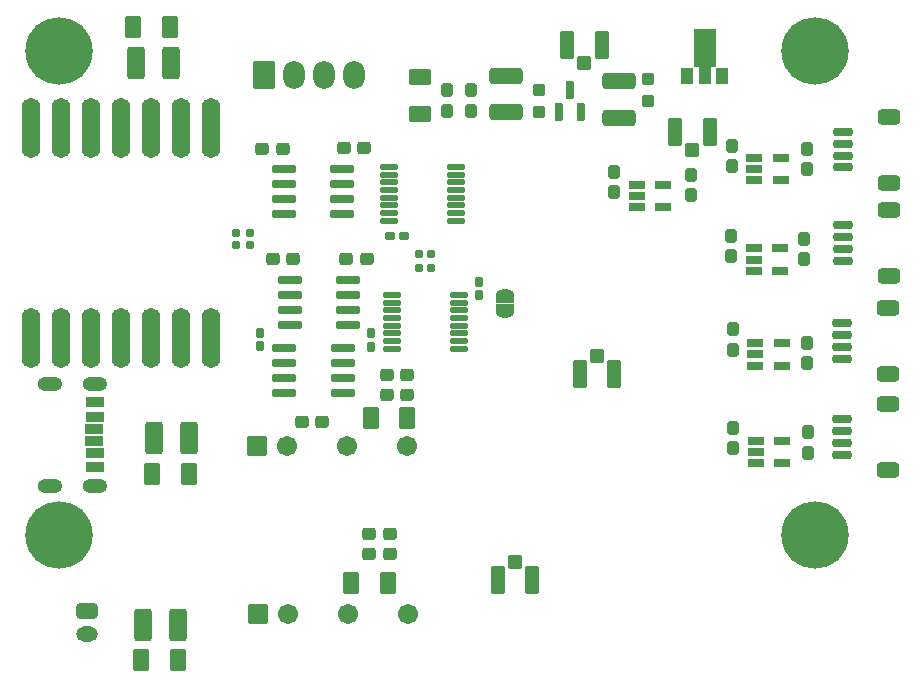
<source format=gbr>
%TF.GenerationSoftware,KiCad,Pcbnew,7.0.9*%
%TF.CreationDate,2024-10-16T13:59:32-06:00*%
%TF.ProjectId,uart_mux_v3,75617274-5f6d-4757-985f-76332e6b6963,rev?*%
%TF.SameCoordinates,Original*%
%TF.FileFunction,Soldermask,Top*%
%TF.FilePolarity,Negative*%
%FSLAX46Y46*%
G04 Gerber Fmt 4.6, Leading zero omitted, Abs format (unit mm)*
G04 Created by KiCad (PCBNEW 7.0.9) date 2024-10-16 13:59:32*
%MOMM*%
%LPD*%
G01*
G04 APERTURE LIST*
G04 Aperture macros list*
%AMRoundRect*
0 Rectangle with rounded corners*
0 $1 Rounding radius*
0 $2 $3 $4 $5 $6 $7 $8 $9 X,Y pos of 4 corners*
0 Add a 4 corners polygon primitive as box body*
4,1,4,$2,$3,$4,$5,$6,$7,$8,$9,$2,$3,0*
0 Add four circle primitives for the rounded corners*
1,1,$1+$1,$2,$3*
1,1,$1+$1,$4,$5*
1,1,$1+$1,$6,$7*
1,1,$1+$1,$8,$9*
0 Add four rect primitives between the rounded corners*
20,1,$1+$1,$2,$3,$4,$5,0*
20,1,$1+$1,$4,$5,$6,$7,0*
20,1,$1+$1,$6,$7,$8,$9,0*
20,1,$1+$1,$8,$9,$2,$3,0*%
%AMFreePoly0*
4,1,35,0.536062,0.786062,0.551000,0.750000,0.551000,-0.750000,0.536062,-0.786062,0.500000,-0.801000,0.000000,-0.801000,-0.012285,-0.795911,-0.071157,-0.795911,-0.085525,-0.793845,-0.222076,-0.753750,-0.235281,-0.747720,-0.355003,-0.670779,-0.365973,-0.661273,-0.459170,-0.553718,-0.467018,-0.541506,-0.526137,-0.412052,-0.530227,-0.398124,-0.550481,-0.257258,-0.551000,-0.250000,-0.551000,0.250000,
-0.550481,0.257258,-0.530227,0.398124,-0.526137,0.412052,-0.467018,0.541506,-0.459170,0.553718,-0.365973,0.661273,-0.355003,0.670779,-0.235281,0.747720,-0.222076,0.753750,-0.085525,0.793845,-0.071157,0.795911,-0.012285,0.795911,0.000000,0.801000,0.500000,0.801000,0.536062,0.786062,0.536062,0.786062,$1*%
%AMFreePoly1*
4,1,35,0.012285,0.795911,0.071157,0.795911,0.085525,0.793845,0.222076,0.753750,0.235281,0.747720,0.355003,0.670779,0.365973,0.661273,0.459170,0.553718,0.467018,0.541506,0.526137,0.412052,0.530227,0.398124,0.550481,0.257258,0.551000,0.250000,0.551000,-0.250000,0.550481,-0.257258,0.530227,-0.398124,0.526137,-0.412052,0.467018,-0.541506,0.459170,-0.553718,0.365973,-0.661273,
0.355003,-0.670779,0.235281,-0.747720,0.222076,-0.753750,0.085525,-0.793845,0.071157,-0.795911,0.012285,-0.795911,0.000000,-0.801000,-0.500000,-0.801000,-0.536062,-0.786062,-0.551000,-0.750000,-0.551000,0.750000,-0.536062,0.786062,-0.500000,0.801000,0.000000,0.801000,0.012285,0.795911,0.012285,0.795911,$1*%
%AMFreePoly2*
4,1,21,3.898562,0.902562,3.913500,0.866500,3.913500,-0.866500,3.898562,-0.902562,3.862500,-0.917500,0.737500,-0.917500,0.701438,-0.902562,0.686500,-0.866500,0.686500,-0.501000,-0.737500,-0.501000,-0.773562,-0.486062,-0.788500,-0.450000,-0.788500,0.450000,-0.773562,0.486062,-0.737500,0.501000,0.686500,0.501000,0.686500,0.866500,0.701438,0.902562,0.737500,0.917500,3.862500,0.917500,
3.898562,0.902562,3.898562,0.902562,$1*%
G04 Aperture macros list end*
%ADD10RoundRect,0.206000X0.212500X0.155000X-0.212500X0.155000X-0.212500X-0.155000X0.212500X-0.155000X0*%
%ADD11RoundRect,0.201000X0.625000X-0.150000X0.625000X0.150000X-0.625000X0.150000X-0.625000X-0.150000X0*%
%ADD12RoundRect,0.301000X0.650000X-0.350000X0.650000X0.350000X-0.650000X0.350000X-0.650000X-0.350000X0*%
%ADD13RoundRect,0.051000X0.500000X-0.525000X0.500000X0.525000X-0.500000X0.525000X-0.500000X-0.525000X0*%
%ADD14RoundRect,0.051000X0.525000X-1.100000X0.525000X1.100000X-0.525000X1.100000X-0.525000X-1.100000X0*%
%ADD15RoundRect,0.151000X0.637500X0.100000X-0.637500X0.100000X-0.637500X-0.100000X0.637500X-0.100000X0*%
%ADD16RoundRect,0.288500X0.300000X0.237500X-0.300000X0.237500X-0.300000X-0.237500X0.300000X-0.237500X0*%
%ADD17C,5.702000*%
%ADD18RoundRect,0.151000X-0.637500X-0.100000X0.637500X-0.100000X0.637500X0.100000X-0.637500X0.100000X0*%
%ADD19FreePoly0,270.000000*%
%ADD20FreePoly1,270.000000*%
%ADD21RoundRect,0.288500X-0.237500X0.300000X-0.237500X-0.300000X0.237500X-0.300000X0.237500X0.300000X0*%
%ADD22RoundRect,0.288500X-0.300000X-0.237500X0.300000X-0.237500X0.300000X0.237500X-0.300000X0.237500X0*%
%ADD23RoundRect,0.288500X-0.237500X0.250000X-0.237500X-0.250000X0.237500X-0.250000X0.237500X0.250000X0*%
%ADD24RoundRect,0.201000X-0.512500X-0.150000X0.512500X-0.150000X0.512500X0.150000X-0.512500X0.150000X0*%
%ADD25RoundRect,0.301000X-0.625000X0.350000X-0.625000X-0.350000X0.625000X-0.350000X0.625000X0.350000X0*%
%ADD26O,1.852000X1.302000*%
%ADD27RoundRect,0.186000X0.135000X0.185000X-0.135000X0.185000X-0.135000X-0.185000X0.135000X-0.185000X0*%
%ADD28RoundRect,0.301000X-0.412500X-0.650000X0.412500X-0.650000X0.412500X0.650000X-0.412500X0.650000X0*%
%ADD29RoundRect,0.051000X-0.800000X-0.800000X0.800000X-0.800000X0.800000X0.800000X-0.800000X0.800000X0*%
%ADD30C,1.702000*%
%ADD31RoundRect,0.301001X0.462499X1.074999X-0.462499X1.074999X-0.462499X-1.074999X0.462499X-1.074999X0*%
%ADD32RoundRect,0.301000X0.412500X0.650000X-0.412500X0.650000X-0.412500X-0.650000X0.412500X-0.650000X0*%
%ADD33RoundRect,0.051000X0.450000X-0.650000X0.450000X0.650000X-0.450000X0.650000X-0.450000X-0.650000X0*%
%ADD34FreePoly2,90.000000*%
%ADD35RoundRect,0.051000X-0.500000X0.525000X-0.500000X-0.525000X0.500000X-0.525000X0.500000X0.525000X0*%
%ADD36RoundRect,0.051000X-0.525000X1.100000X-0.525000X-1.100000X0.525000X-1.100000X0.525000X1.100000X0*%
%ADD37RoundRect,0.051000X-0.875000X-1.125000X0.875000X-1.125000X0.875000X1.125000X-0.875000X1.125000X0*%
%ADD38O,1.852000X2.352000*%
%ADD39RoundRect,0.206000X0.155000X-0.212500X0.155000X0.212500X-0.155000X0.212500X-0.155000X-0.212500X0*%
%ADD40RoundRect,0.201000X-0.825000X-0.150000X0.825000X-0.150000X0.825000X0.150000X-0.825000X0.150000X0*%
%ADD41RoundRect,0.301000X1.100000X-0.412500X1.100000X0.412500X-1.100000X0.412500X-1.100000X-0.412500X0*%
%ADD42RoundRect,0.186000X0.185000X-0.135000X0.185000X0.135000X-0.185000X0.135000X-0.185000X-0.135000X0*%
%ADD43O,1.602000X5.102000*%
%ADD44O,2.102000X1.202000*%
%ADD45RoundRect,0.051000X-0.700000X0.400000X-0.700000X-0.400000X0.700000X-0.400000X0.700000X0.400000X0*%
%ADD46RoundRect,0.201000X0.150000X-0.587500X0.150000X0.587500X-0.150000X0.587500X-0.150000X-0.587500X0*%
%ADD47RoundRect,0.301000X0.650000X-0.412500X0.650000X0.412500X-0.650000X0.412500X-0.650000X-0.412500X0*%
G04 APERTURE END LIST*
D10*
%TO.C,C1*%
X121168691Y-79709250D03*
X120033691Y-79709250D03*
%TD*%
D11*
%TO.C,J5*%
X158375000Y-73862500D03*
X158375000Y-72862500D03*
X158375000Y-71862500D03*
X158375000Y-70862500D03*
D12*
X162250000Y-75162500D03*
X162250000Y-69562500D03*
%TD*%
D11*
%TO.C,J3*%
X158375000Y-81762500D03*
X158375000Y-80762500D03*
X158375000Y-79762500D03*
X158375000Y-78762500D03*
D12*
X162250000Y-83062500D03*
X162250000Y-77462500D03*
%TD*%
D11*
%TO.C,J4*%
X158325000Y-90050000D03*
X158325000Y-89050000D03*
X158325000Y-88050000D03*
X158325000Y-87050000D03*
D12*
X162200000Y-91350000D03*
X162200000Y-85750000D03*
%TD*%
D11*
%TO.C,J2*%
X158325000Y-98200000D03*
X158325000Y-97200000D03*
X158325000Y-96200000D03*
X158325000Y-95200000D03*
D12*
X162200000Y-99500000D03*
X162200000Y-93900000D03*
%TD*%
D13*
%TO.C,J7*%
X145600000Y-72400000D03*
D14*
X144125000Y-70875000D03*
X147075000Y-70875000D03*
%TD*%
D15*
%TO.C,U2*%
X125638691Y-78384250D03*
X125638691Y-77734250D03*
X125638691Y-77084250D03*
X125638691Y-76434250D03*
X125638691Y-75784250D03*
X125638691Y-75134250D03*
X125638691Y-74484250D03*
X125638691Y-73834250D03*
X119913691Y-73834250D03*
X119913691Y-74484250D03*
X119913691Y-75134250D03*
X119913691Y-75784250D03*
X119913691Y-76434250D03*
X119913691Y-77084250D03*
X119913691Y-77734250D03*
X119913691Y-78384250D03*
%TD*%
D16*
%TO.C,C4*%
X111837500Y-81637500D03*
X110112500Y-81637500D03*
%TD*%
%TO.C,C6*%
X118037500Y-81637500D03*
X116312500Y-81637500D03*
%TD*%
%TO.C,C7*%
X117837500Y-72237500D03*
X116112500Y-72237500D03*
%TD*%
%TO.C,C5*%
X110937500Y-72337500D03*
X109212500Y-72337500D03*
%TD*%
D13*
%TO.C,J6*%
X136475000Y-65030000D03*
D14*
X135000000Y-63505000D03*
X137950000Y-63505000D03*
%TD*%
D17*
%TO.C,H1*%
X92000000Y-64000000D03*
%TD*%
%TO.C,H2*%
X92000000Y-105000000D03*
%TD*%
D18*
%TO.C,U3*%
X120176191Y-84659250D03*
X120176191Y-85309250D03*
X120176191Y-85959250D03*
X120176191Y-86609250D03*
X120176191Y-87259250D03*
X120176191Y-87909250D03*
X120176191Y-88559250D03*
X120176191Y-89209250D03*
X125901191Y-89209250D03*
X125901191Y-88559250D03*
X125901191Y-87909250D03*
X125901191Y-87259250D03*
X125901191Y-86609250D03*
X125901191Y-85959250D03*
X125901191Y-85309250D03*
X125901191Y-84659250D03*
%TD*%
D19*
%TO.C,JP1*%
X129776191Y-84709250D03*
D20*
X129776191Y-86009250D03*
%TD*%
D21*
%TO.C,C12*%
X126875000Y-67325000D03*
X126875000Y-69050000D03*
%TD*%
D22*
%TO.C,C24*%
X118275000Y-106600000D03*
X120000000Y-106600000D03*
%TD*%
D23*
%TO.C,R2*%
X141900000Y-66387500D03*
X141900000Y-68212500D03*
%TD*%
D24*
%TO.C,U9*%
X150862500Y-73037500D03*
X150862500Y-73987500D03*
X150862500Y-74937500D03*
X153137500Y-74937500D03*
X153137500Y-73037500D03*
%TD*%
D22*
%TO.C,C27*%
X119775000Y-91400000D03*
X121500000Y-91400000D03*
%TD*%
D25*
%TO.C,J12*%
X94350000Y-111400000D03*
D26*
X94350000Y-113400000D03*
%TD*%
D27*
%TO.C,R6*%
X123510000Y-82400000D03*
X122490000Y-82400000D03*
%TD*%
D28*
%TO.C,C9*%
X98275000Y-62000000D03*
X101400000Y-62000000D03*
%TD*%
D29*
%TO.C,PS2*%
X108780000Y-97475000D03*
D30*
X111320000Y-97475000D03*
X116400000Y-97475000D03*
X121480000Y-97475000D03*
%TD*%
D27*
%TO.C,R5*%
X123530000Y-81190000D03*
X122510000Y-81190000D03*
%TD*%
D21*
%TO.C,C31*%
X148900000Y-79650000D03*
X148900000Y-81375000D03*
%TD*%
D31*
%TO.C,L3*%
X102100000Y-112600000D03*
X99125000Y-112600000D03*
%TD*%
D32*
%TO.C,C22*%
X119870000Y-109050000D03*
X116745000Y-109050000D03*
%TD*%
D33*
%TO.C,Q2*%
X145150000Y-66150000D03*
D34*
X146650000Y-66062500D03*
D33*
X148150000Y-66150000D03*
%TD*%
D24*
%TO.C,U12*%
X150975000Y-97012500D03*
X150975000Y-97962500D03*
X150975000Y-98912500D03*
X153250000Y-98912500D03*
X153250000Y-97012500D03*
%TD*%
D31*
%TO.C,L2*%
X102975000Y-96780000D03*
X100000000Y-96780000D03*
%TD*%
D17*
%TO.C,H4*%
X156000000Y-64000000D03*
%TD*%
D35*
%TO.C,J8*%
X137550000Y-89825000D03*
D36*
X139025000Y-91350000D03*
X136075000Y-91350000D03*
%TD*%
D37*
%TO.C,PS1*%
X109380000Y-66000000D03*
D38*
X111920000Y-66000000D03*
X114460000Y-66000000D03*
X117000000Y-66000000D03*
%TD*%
D22*
%TO.C,C28*%
X118275000Y-104900000D03*
X120000000Y-104900000D03*
%TD*%
D21*
%TO.C,C20*%
X149100000Y-87562500D03*
X149100000Y-89287500D03*
%TD*%
D39*
%TO.C,C2*%
X127576191Y-84676750D03*
X127576191Y-83541750D03*
%TD*%
D40*
%TO.C,U6*%
X111025000Y-74027500D03*
X111025000Y-75297500D03*
X111025000Y-76567500D03*
X111025000Y-77837500D03*
X115975000Y-77837500D03*
X115975000Y-76567500D03*
X115975000Y-75297500D03*
X115975000Y-74027500D03*
%TD*%
%TO.C,U5*%
X111525000Y-83427500D03*
X111525000Y-84697500D03*
X111525000Y-85967500D03*
X111525000Y-87237500D03*
X116475000Y-87237500D03*
X116475000Y-85967500D03*
X116475000Y-84697500D03*
X116475000Y-83427500D03*
%TD*%
D41*
%TO.C,C13*%
X129800000Y-69212500D03*
X129800000Y-66087500D03*
%TD*%
D42*
%TO.C,R3*%
X108200000Y-80420000D03*
X108200000Y-79400000D03*
%TD*%
D21*
%TO.C,C32*%
X149050000Y-95887500D03*
X149050000Y-97612500D03*
%TD*%
D23*
%TO.C,R1*%
X132600000Y-67337500D03*
X132600000Y-69162500D03*
%TD*%
D24*
%TO.C,U8*%
X140900000Y-75337500D03*
X140900000Y-76287500D03*
X140900000Y-77237500D03*
X143175000Y-77237500D03*
X143175000Y-75337500D03*
%TD*%
D43*
%TO.C,U4*%
X89660000Y-88270000D03*
X92200000Y-88270000D03*
X94740000Y-88270000D03*
X97280000Y-88270000D03*
X99820000Y-88270000D03*
X102360000Y-88270000D03*
X104900000Y-88270000D03*
X104900000Y-70490000D03*
X102360000Y-70490000D03*
X99820000Y-70490000D03*
X97280000Y-70490000D03*
X94740000Y-70490000D03*
X92200000Y-70490000D03*
X89660000Y-70490000D03*
%TD*%
D42*
%TO.C,R4*%
X107000000Y-80420000D03*
X107000000Y-79400000D03*
%TD*%
D28*
%TO.C,C17*%
X99862500Y-99830000D03*
X102987500Y-99830000D03*
%TD*%
D21*
%TO.C,C33*%
X155100000Y-79887500D03*
X155100000Y-81612500D03*
%TD*%
D44*
%TO.C,J1*%
X95002000Y-92180000D03*
X91202000Y-92180000D03*
X95002000Y-100820000D03*
X91202000Y-100820000D03*
D45*
X95000000Y-96000000D03*
X95001000Y-98020000D03*
X95002000Y-99250000D03*
X95000000Y-97000000D03*
X95004000Y-94980000D03*
X95002000Y-93750000D03*
%TD*%
D21*
%TO.C,C14*%
X138950000Y-74237500D03*
X138950000Y-75962500D03*
%TD*%
D41*
%TO.C,C16*%
X139400000Y-69712500D03*
X139400000Y-66587500D03*
%TD*%
D24*
%TO.C,U10*%
X150962500Y-88737500D03*
X150962500Y-89687500D03*
X150962500Y-90637500D03*
X153237500Y-90637500D03*
X153237500Y-88737500D03*
%TD*%
D31*
%TO.C,L1*%
X101487500Y-65000000D03*
X98512500Y-65000000D03*
%TD*%
D39*
%TO.C,C8*%
X118400000Y-89035000D03*
X118400000Y-87900000D03*
%TD*%
D29*
%TO.C,PS3*%
X108880000Y-111675000D03*
D30*
X111420000Y-111675000D03*
X116500000Y-111675000D03*
X121580000Y-111675000D03*
%TD*%
D21*
%TO.C,C11*%
X124850000Y-67337500D03*
X124850000Y-69062500D03*
%TD*%
D40*
%TO.C,U7*%
X111050000Y-89190000D03*
X111050000Y-90460000D03*
X111050000Y-91730000D03*
X111050000Y-93000000D03*
X116000000Y-93000000D03*
X116000000Y-91730000D03*
X116000000Y-90460000D03*
X116000000Y-89190000D03*
%TD*%
D24*
%TO.C,U11*%
X150800000Y-80712500D03*
X150800000Y-81662500D03*
X150800000Y-82612500D03*
X153075000Y-82612500D03*
X153075000Y-80712500D03*
%TD*%
D46*
%TO.C,Q1*%
X134300000Y-69150000D03*
X136200000Y-69150000D03*
X135250000Y-67275000D03*
%TD*%
D21*
%TO.C,C26*%
X155300000Y-88725000D03*
X155300000Y-90450000D03*
%TD*%
%TO.C,C19*%
X149000000Y-72025000D03*
X149000000Y-73750000D03*
%TD*%
D28*
%TO.C,C18*%
X98975000Y-115600000D03*
X102100000Y-115600000D03*
%TD*%
D21*
%TO.C,C25*%
X155300000Y-72287500D03*
X155300000Y-74012500D03*
%TD*%
D35*
%TO.C,J9*%
X130600000Y-107300000D03*
D36*
X132075000Y-108825000D03*
X129125000Y-108825000D03*
%TD*%
D22*
%TO.C,C37*%
X112537500Y-95400000D03*
X114262500Y-95400000D03*
%TD*%
D17*
%TO.C,H3*%
X156000000Y-105000000D03*
%TD*%
D47*
%TO.C,C10*%
X122525000Y-69325000D03*
X122525000Y-66200000D03*
%TD*%
D21*
%TO.C,C15*%
X145500000Y-74475000D03*
X145500000Y-76200000D03*
%TD*%
D22*
%TO.C,C23*%
X119775000Y-93100000D03*
X121500000Y-93100000D03*
%TD*%
D39*
%TO.C,C3*%
X109000000Y-89000000D03*
X109000000Y-87865000D03*
%TD*%
D32*
%TO.C,C21*%
X121500000Y-95100000D03*
X118375000Y-95100000D03*
%TD*%
D21*
%TO.C,C34*%
X155450000Y-96287500D03*
X155450000Y-98012500D03*
%TD*%
M02*

</source>
